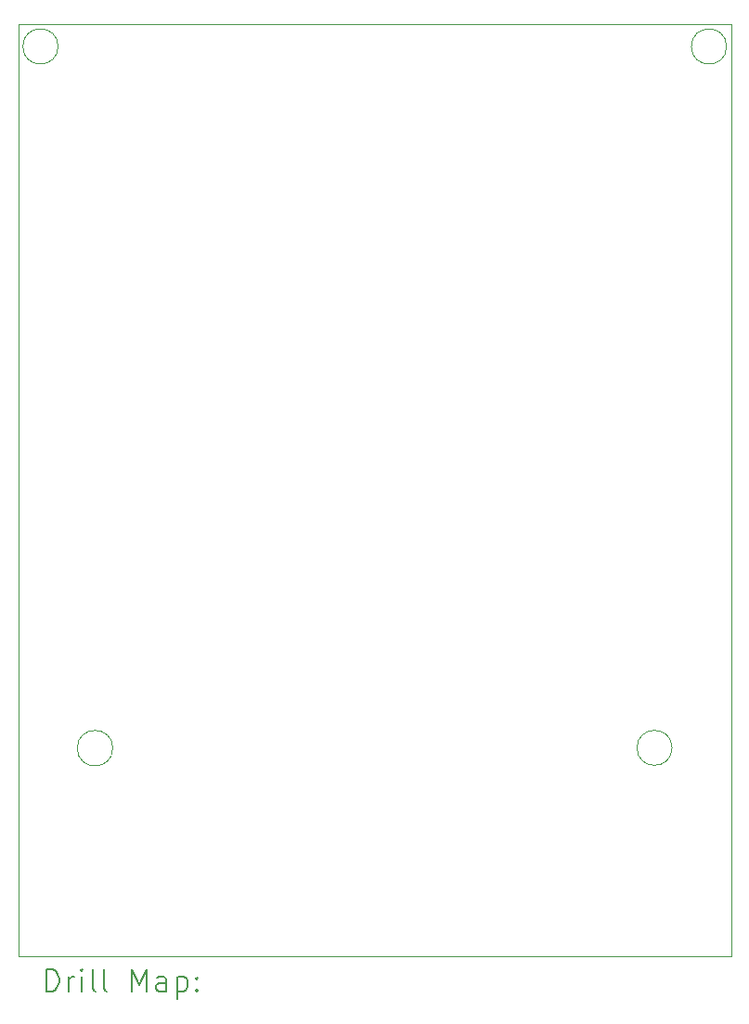
<source format=gbr>
%TF.GenerationSoftware,KiCad,Pcbnew,7.0.5*%
%TF.CreationDate,2023-10-23T19:10:16+07:00*%
%TF.ProjectId,STM32F407VGT6,53544d33-3246-4343-9037-564754362e6b,rev?*%
%TF.SameCoordinates,Original*%
%TF.FileFunction,Drillmap*%
%TF.FilePolarity,Positive*%
%FSLAX45Y45*%
G04 Gerber Fmt 4.5, Leading zero omitted, Abs format (unit mm)*
G04 Created by KiCad (PCBNEW 7.0.5) date 2023-10-23 19:10:16*
%MOMM*%
%LPD*%
G01*
G04 APERTURE LIST*
%ADD10C,0.100000*%
%ADD11C,0.200000*%
G04 APERTURE END LIST*
D10*
X12003327Y-5777000D02*
X18503327Y-5777000D01*
X18503327Y-14277000D01*
X12003327Y-14277000D01*
X12003327Y-5777000D01*
X18463506Y-5978000D02*
G75*
G03*
X18463506Y-5978000I-160590J0D01*
G01*
X12864293Y-12377000D02*
G75*
G03*
X12864293Y-12377000I-161966J0D01*
G01*
X12364916Y-5977410D02*
G75*
G03*
X12364916Y-5977410I-160590J0D01*
G01*
X17965653Y-12374000D02*
G75*
G03*
X17965653Y-12374000I-159327J0D01*
G01*
D11*
X12259103Y-14593484D02*
X12259103Y-14393484D01*
X12259103Y-14393484D02*
X12306722Y-14393484D01*
X12306722Y-14393484D02*
X12335294Y-14403008D01*
X12335294Y-14403008D02*
X12354342Y-14422055D01*
X12354342Y-14422055D02*
X12363865Y-14441103D01*
X12363865Y-14441103D02*
X12373389Y-14479198D01*
X12373389Y-14479198D02*
X12373389Y-14507769D01*
X12373389Y-14507769D02*
X12363865Y-14545865D01*
X12363865Y-14545865D02*
X12354342Y-14564912D01*
X12354342Y-14564912D02*
X12335294Y-14583960D01*
X12335294Y-14583960D02*
X12306722Y-14593484D01*
X12306722Y-14593484D02*
X12259103Y-14593484D01*
X12459103Y-14593484D02*
X12459103Y-14460150D01*
X12459103Y-14498246D02*
X12468627Y-14479198D01*
X12468627Y-14479198D02*
X12478151Y-14469674D01*
X12478151Y-14469674D02*
X12497199Y-14460150D01*
X12497199Y-14460150D02*
X12516246Y-14460150D01*
X12582913Y-14593484D02*
X12582913Y-14460150D01*
X12582913Y-14393484D02*
X12573389Y-14403008D01*
X12573389Y-14403008D02*
X12582913Y-14412531D01*
X12582913Y-14412531D02*
X12592437Y-14403008D01*
X12592437Y-14403008D02*
X12582913Y-14393484D01*
X12582913Y-14393484D02*
X12582913Y-14412531D01*
X12706722Y-14593484D02*
X12687675Y-14583960D01*
X12687675Y-14583960D02*
X12678151Y-14564912D01*
X12678151Y-14564912D02*
X12678151Y-14393484D01*
X12811484Y-14593484D02*
X12792437Y-14583960D01*
X12792437Y-14583960D02*
X12782913Y-14564912D01*
X12782913Y-14564912D02*
X12782913Y-14393484D01*
X13040056Y-14593484D02*
X13040056Y-14393484D01*
X13040056Y-14393484D02*
X13106723Y-14536341D01*
X13106723Y-14536341D02*
X13173389Y-14393484D01*
X13173389Y-14393484D02*
X13173389Y-14593484D01*
X13354342Y-14593484D02*
X13354342Y-14488722D01*
X13354342Y-14488722D02*
X13344818Y-14469674D01*
X13344818Y-14469674D02*
X13325770Y-14460150D01*
X13325770Y-14460150D02*
X13287675Y-14460150D01*
X13287675Y-14460150D02*
X13268627Y-14469674D01*
X13354342Y-14583960D02*
X13335294Y-14593484D01*
X13335294Y-14593484D02*
X13287675Y-14593484D01*
X13287675Y-14593484D02*
X13268627Y-14583960D01*
X13268627Y-14583960D02*
X13259103Y-14564912D01*
X13259103Y-14564912D02*
X13259103Y-14545865D01*
X13259103Y-14545865D02*
X13268627Y-14526817D01*
X13268627Y-14526817D02*
X13287675Y-14517293D01*
X13287675Y-14517293D02*
X13335294Y-14517293D01*
X13335294Y-14517293D02*
X13354342Y-14507769D01*
X13449580Y-14460150D02*
X13449580Y-14660150D01*
X13449580Y-14469674D02*
X13468627Y-14460150D01*
X13468627Y-14460150D02*
X13506723Y-14460150D01*
X13506723Y-14460150D02*
X13525770Y-14469674D01*
X13525770Y-14469674D02*
X13535294Y-14479198D01*
X13535294Y-14479198D02*
X13544818Y-14498246D01*
X13544818Y-14498246D02*
X13544818Y-14555388D01*
X13544818Y-14555388D02*
X13535294Y-14574436D01*
X13535294Y-14574436D02*
X13525770Y-14583960D01*
X13525770Y-14583960D02*
X13506723Y-14593484D01*
X13506723Y-14593484D02*
X13468627Y-14593484D01*
X13468627Y-14593484D02*
X13449580Y-14583960D01*
X13630532Y-14574436D02*
X13640056Y-14583960D01*
X13640056Y-14583960D02*
X13630532Y-14593484D01*
X13630532Y-14593484D02*
X13621008Y-14583960D01*
X13621008Y-14583960D02*
X13630532Y-14574436D01*
X13630532Y-14574436D02*
X13630532Y-14593484D01*
X13630532Y-14469674D02*
X13640056Y-14479198D01*
X13640056Y-14479198D02*
X13630532Y-14488722D01*
X13630532Y-14488722D02*
X13621008Y-14479198D01*
X13621008Y-14479198D02*
X13630532Y-14469674D01*
X13630532Y-14469674D02*
X13630532Y-14488722D01*
M02*

</source>
